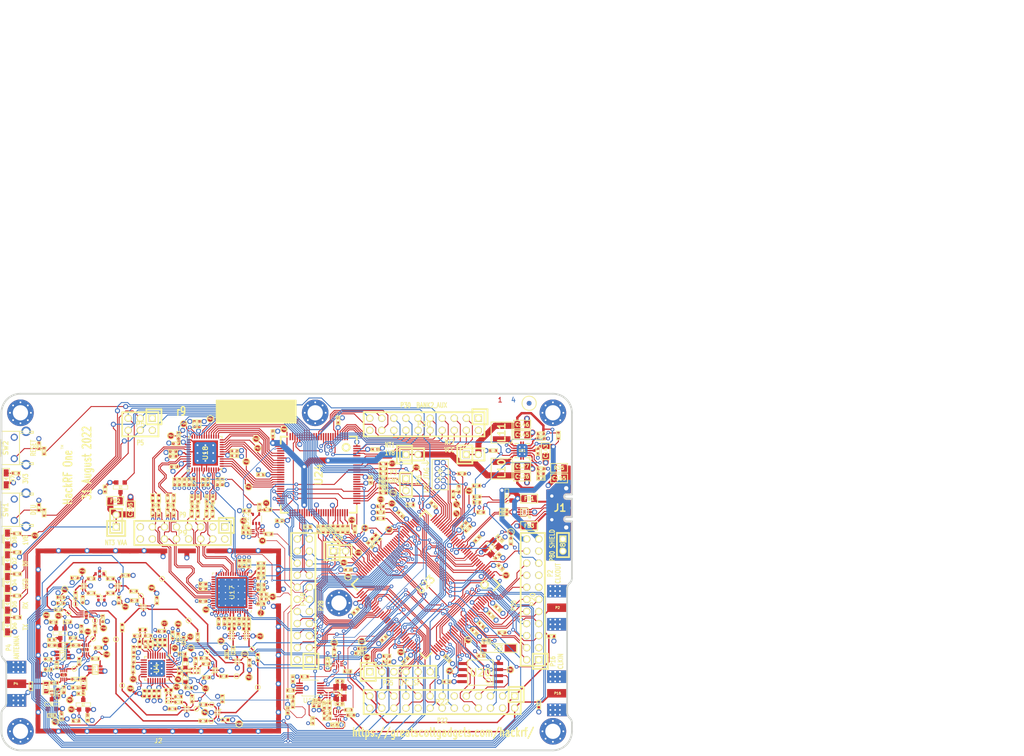
<source format=kicad_pcb>
(kicad_pcb (version 20211014) (generator pcbnew)

  (general
    (thickness 1.6116)
  )

  (paper "USLegal")
  (title_block
    (title "HackRF One")
    (date "2022-08-28")
    (rev "r9")
    (company "Copyright 2012-2022 Great Scott Gadgets")
    (comment 1 "Michael Ossmann")
    (comment 2 "Licensed under the CERN-OHL-P v2")
  )

  (layers
    (0 "F.Cu" signal "C1F")
    (1 "In1.Cu" signal "C2")
    (2 "In2.Cu" signal "C3")
    (31 "B.Cu" signal "C4B")
    (32 "B.Adhes" user "B.Adhesive")
    (33 "F.Adhes" user "F.Adhesive")
    (34 "B.Paste" user)
    (35 "F.Paste" user)
    (36 "B.SilkS" user "B.Silkscreen")
    (37 "F.SilkS" user "F.Silkscreen")
    (38 "B.Mask" user)
    (39 "F.Mask" user)
    (41 "Cmts.User" user "User.Comments")
    (44 "Edge.Cuts" user)
    (45 "Margin" user)
    (46 "B.CrtYd" user "B.Courtyard")
    (47 "F.CrtYd" user "F.Courtyard")
    (49 "F.Fab" user)
  )

  (setup
    (stackup
      (layer "F.SilkS" (type "Top Silk Screen") (color "White"))
      (layer "F.Paste" (type "Top Solder Paste"))
      (layer "F.Mask" (type "Top Solder Mask") (color "Green") (thickness 0.0127) (material "LPI") (epsilon_r 3.8) (loss_tangent 0))
      (layer "F.Cu" (type "copper") (thickness 0.035))
      (layer "dielectric 1" (type "prepreg") (thickness 0.2104) (material "7628") (epsilon_r 4.6) (loss_tangent 0))
      (layer "In1.Cu" (type "copper") (thickness 0.0152))
      (layer "dielectric 2" (type "core") (thickness 1.065) (material "7628") (epsilon_r 4.6) (loss_tangent 0))
      (layer "In2.Cu" (type "copper") (thickness 0.0152))
      (layer "dielectric 3" (type "prepreg") (thickness 0.2104) (material "7628") (epsilon_r 4.6) (loss_tangent 0))
      (layer "B.Cu" (type "copper") (thickness 0.035))
      (layer "B.Mask" (type "Bottom Solder Mask") (color "Green") (thickness 0.0127) (material "LPI") (epsilon_r 3.8) (loss_tangent 0))
      (layer "B.Paste" (type "Bottom Solder Paste"))
      (layer "B.SilkS" (type "Bottom Silk Screen") (color "White"))
      (copper_finish "ENIG")
      (dielectric_constraints yes)
    )
    (pad_to_mask_clearance 0.05)
    (pad_to_paste_clearance_ratio -0.12)
    (pcbplotparams
      (layerselection 0x00010e8_ffffffff)
      (disableapertmacros false)
      (usegerberextensions true)
      (usegerberattributes false)
      (usegerberadvancedattributes true)
      (creategerberjobfile false)
      (svguseinch false)
      (svgprecision 6)
      (excludeedgelayer true)
      (plotframeref false)
      (viasonmask false)
      (mode 1)
      (useauxorigin false)
      (hpglpennumber 1)
      (hpglpenspeed 20)
      (hpglpendiameter 15.000000)
      (dxfpolygonmode true)
      (dxfimperialunits true)
      (dxfusepcbnewfont true)
      (psnegative false)
      (psa4output false)
      (plotreference false)
      (plotvalue false)
      (plotinvisibletext false)
      (sketchpadsonfab false)
      (subtractmaskfromsilk false)
      (outputformat 1)
      (mirror false)
      (drillshape 0)
      (scaleselection 1)
      (outputdirectory "gerbers")
    )
  )

  (net 0 "")
  (net 1 "!MIX_BYPASS")
  (net 2 "!RX_AMP_PWR")
  (net 3 "!TX_AMP_PWR")
  (net 4 "!VAA_ENABLE")
  (net 5 "/Front End/RX_AMP_OUT")
  (net 6 "/Front End/RX_AMP_IN")
  (net 7 "/Front End/TX_AMP_IN")
  (net 8 "/Front End/TX_AMP_OUT")
  (net 9 "/Front End/REF_IN")
  (net 10 "/Baseband/TXBBQ-")
  (net 11 "/Baseband/TXBBQ+")
  (net 12 "/Baseband/TXBBI+")
  (net 13 "/Baseband/TXBBI-")
  (net 14 "/Baseband/COM")
  (net 15 "/Baseband/REFN")
  (net 16 "/Baseband/REFP")
  (net 17 "/Baseband/IA+")
  (net 18 "/Baseband/IA-")
  (net 19 "/Baseband/QA-")
  (net 20 "/Baseband/QA+")
  (net 21 "/Baseband/CPOUT-")
  (net 22 "/Baseband/CPOUT+")
  (net 23 "XCVR_CLK")
  (net 24 "/Baseband/XTAL2")
  (net 25 "/Microcontroller, CPLD, USB, Power/RTCX1")
  (net 26 "/Microcontroller, CPLD, USB, Power/REG_OUT2")
  (net 27 "/Microcontroller, CPLD, USB, Power/VBAT")
  (net 28 "/Microcontroller, CPLD, USB, Power/VIN")
  (net 29 "/Microcontroller, CPLD, USB, Power/REG_OUT1")
  (net 30 "/Microcontroller, CPLD, USB, Power/USB_SHIELD")
  (net 31 "/Microcontroller, CPLD, USB, Power/XTAL1")
  (net 32 "/Microcontroller, CPLD, USB, Power/XTAL2")
  (net 33 "/Microcontroller, CPLD, USB, Power/RTCX2")
  (net 34 "/Clock/XB")
  (net 35 "/Clock/XA")
  (net 36 "/Microcontroller, CPLD, USB, Power/VBUS")
  (net 37 "/Microcontroller, CPLD, USB, Power/LED1")
  (net 38 "/Microcontroller, CPLD, USB, Power/LED2")
  (net 39 "/Microcontroller, CPLD, USB, Power/LED3")
  (net 40 "/Baseband/RXBBQ-")
  (net 41 "/Baseband/RXBBI-")
  (net 42 "/Baseband/RXBBQ+")
  (net 43 "/Baseband/RXBBI+")
  (net 44 "/Front End/!ANT_BIAS")
  (net 45 "/Baseband/XCVR_CLKOUT")
  (net 46 "/Microcontroller, CPLD, USB, Power/RTC_ALARM")
  (net 47 "/Microcontroller, CPLD, USB, Power/WAKEUP")
  (net 48 "/Microcontroller, CPLD, USB, Power/GPIO3_8")
  (net 49 "/Microcontroller, CPLD, USB, Power/GPIO3_9")
  (net 50 "/Microcontroller, CPLD, USB, Power/GPIO3_10")
  (net 51 "/Microcontroller, CPLD, USB, Power/GPIO3_11")
  (net 52 "/Microcontroller, CPLD, USB, Power/GPIO3_12")
  (net 53 "/Microcontroller, CPLD, USB, Power/GPIO3_13")
  (net 54 "/Microcontroller, CPLD, USB, Power/GPIO3_14")
  (net 55 "/Microcontroller, CPLD, USB, Power/GPIO3_15")
  (net 56 "/Microcontroller, CPLD, USB, Power/ADC0_6")
  (net 57 "/Microcontroller, CPLD, USB, Power/ADC0_2")
  (net 58 "/Microcontroller, CPLD, USB, Power/VBUSCTRL")
  (net 59 "/Microcontroller, CPLD, USB, Power/ADC0_5")
  (net 60 "/Microcontroller, CPLD, USB, Power/ADC0_0")
  (net 61 "/Microcontroller, CPLD, USB, Power/RESET")
  (net 62 "/Microcontroller, CPLD, USB, Power/I2C1_SCL")
  (net 63 "/Microcontroller, CPLD, USB, Power/I2C1_SDA")
  (net 64 "/Microcontroller, CPLD, USB, Power/SPIFI_CIPO")
  (net 65 "/Microcontroller, CPLD, USB, Power/SPIFI_SCK")
  (net 66 "/Microcontroller, CPLD, USB, Power/SPIFI_COPI")
  (net 67 "/Microcontroller, CPLD, USB, Power/I2S0_RX_SCK")
  (net 68 "/Microcontroller, CPLD, USB, Power/I2S0_RX_SDA")
  (net 69 "/Microcontroller, CPLD, USB, Power/I2S0_RX_MCLK")
  (net 70 "/Microcontroller, CPLD, USB, Power/I2S0_RX_WS")
  (net 71 "/Microcontroller, CPLD, USB, Power/I2S0_TX_SCK")
  (net 72 "/Microcontroller, CPLD, USB, Power/I2S0_TX_MCLK")
  (net 73 "/Microcontroller, CPLD, USB, Power/U0_RXD")
  (net 74 "/Microcontroller, CPLD, USB, Power/U0_TXD")
  (net 75 "/Microcontroller, CPLD, USB, Power/P2_9")
  (net 76 "/Microcontroller, CPLD, USB, Power/P2_13")
  (net 77 "/Microcontroller, CPLD, USB, Power/P2_8")
  (net 78 "/Microcontroller, CPLD, USB, Power/DBGEN")
  (net 79 "/Microcontroller, CPLD, USB, Power/TMS")
  (net 80 "/Microcontroller, CPLD, USB, Power/TCK")
  (net 81 "/Microcontroller, CPLD, USB, Power/TDO")
  (net 82 "/Microcontroller, CPLD, USB, Power/TDI")
  (net 83 "/Microcontroller, CPLD, USB, Power/SD_CD")
  (net 84 "/Microcontroller, CPLD, USB, Power/SD_DAT3")
  (net 85 "/Microcontroller, CPLD, USB, Power/SD_DAT2")
  (net 86 "/Microcontroller, CPLD, USB, Power/SD_DAT1")
  (net 87 "/Microcontroller, CPLD, USB, Power/SD_DAT0")
  (net 88 "/Microcontroller, CPLD, USB, Power/SD_VOLT0")
  (net 89 "/Microcontroller, CPLD, USB, Power/SD_CMD")
  (net 90 "/Microcontroller, CPLD, USB, Power/SD_POW")
  (net 91 "/Microcontroller, CPLD, USB, Power/SD_CLK")
  (net 92 "/Microcontroller, CPLD, USB, Power/B1AUX14")
  (net 93 "/Microcontroller, CPLD, USB, Power/B1AUX13")
  (net 94 "/Microcontroller, CPLD, USB, Power/CPLD_TCK")
  (net 95 "/Microcontroller, CPLD, USB, Power/BANK2F3M2")
  (net 96 "/Microcontroller, CPLD, USB, Power/CPLD_TDI")
  (net 97 "/Microcontroller, CPLD, USB, Power/BANK2F3M6")
  (net 98 "/Microcontroller, CPLD, USB, Power/BANK2F3M12")
  (net 99 "/Microcontroller, CPLD, USB, Power/BANK2F3M4")
  (net 100 "/Microcontroller, CPLD, USB, Power/CPLD_TMS")
  (net 101 "/Microcontroller, CPLD, USB, Power/CPLD_TDO")
  (net 102 "/Microcontroller, CPLD, USB, Power/B2AUX16")
  (net 103 "/Microcontroller, CPLD, USB, Power/B2AUX15")
  (net 104 "/Microcontroller, CPLD, USB, Power/B2AUX14")
  (net 105 "/Microcontroller, CPLD, USB, Power/B2AUX13")
  (net 106 "/Microcontroller, CPLD, USB, Power/B2AUX12")
  (net 107 "/Microcontroller, CPLD, USB, Power/B2AUX11")
  (net 108 "/Microcontroller, CPLD, USB, Power/B2AUX10")
  (net 109 "/Microcontroller, CPLD, USB, Power/B2AUX9")
  (net 110 "/Microcontroller, CPLD, USB, Power/B2AUX8")
  (net 111 "/Microcontroller, CPLD, USB, Power/B2AUX7")
  (net 112 "/Microcontroller, CPLD, USB, Power/B2AUX6")
  (net 113 "/Microcontroller, CPLD, USB, Power/B2AUX5")
  (net 114 "/Microcontroller, CPLD, USB, Power/B2AUX4")
  (net 115 "/Microcontroller, CPLD, USB, Power/B2AUX3")
  (net 116 "/Microcontroller, CPLD, USB, Power/B2AUX2")
  (net 117 "/Microcontroller, CPLD, USB, Power/B2AUX1")
  (net 118 "/Microcontroller, CPLD, USB, Power/GCK0")
  (net 119 "/Microcontroller, CPLD, USB, Power/SPIFI_CS")
  (net 120 "/Microcontroller, CPLD, USB, Power/VREGMODE")
  (net 121 "/Microcontroller, CPLD, USB, Power/EN1V8")
  (net 122 "/Microcontroller, CPLD, USB, Power/SGPIO0")
  (net 123 "/Microcontroller, CPLD, USB, Power/SGPIO7")
  (net 124 "/Microcontroller, CPLD, USB, Power/SGPIO9")
  (net 125 "/Microcontroller, CPLD, USB, Power/SGPIO10")
  (net 126 "/Microcontroller, CPLD, USB, Power/SGPIO11")
  (net 127 "/Microcontroller, CPLD, USB, Power/SPIFI_SIO2")
  (net 128 "/Microcontroller, CPLD, USB, Power/SPIFI_SIO3")
  (net 129 "/Baseband/QD+")
  (net 130 "/Baseband/QD-")
  (net 131 "/Baseband/ID-")
  (net 132 "/Baseband/ID+")
  (net 133 "/Clock/CLK0")
  (net 134 "Net-(C169-Pad2)")
  (net 135 "/Microcontroller, CPLD, USB, Power/DP")
  (net 136 "/Microcontroller, CPLD, USB, Power/DM")
  (net 137 "/Microcontroller, CPLD, USB, Power/RREF")
  (net 138 "/Microcontroller, CPLD, USB, Power/BANK2F3M1")
  (net 139 "/Microcontroller, CPLD, USB, Power/SGPIO13")
  (net 140 "/Microcontroller, CPLD, USB, Power/BANK2F3M3")
  (net 141 "/Microcontroller, CPLD, USB, Power/SGPIO14")
  (net 142 "/Microcontroller, CPLD, USB, Power/SGPIO1")
  (net 143 "/Microcontroller, CPLD, USB, Power/BANK2F3M5")
  (net 144 "/Microcontroller, CPLD, USB, Power/SGPIO15")
  (net 145 "/Microcontroller, CPLD, USB, Power/BANK2F3M7")
  (net 146 "/Microcontroller, CPLD, USB, Power/BANK2F3M8")
  (net 147 "/Microcontroller, CPLD, USB, Power/SGPIO2")
  (net 148 "/Microcontroller, CPLD, USB, Power/BANK2F3M9")
  (net 149 "/Microcontroller, CPLD, USB, Power/SGPIO3")
  (net 150 "/Microcontroller, CPLD, USB, Power/BANK2F3M10")
  (net 151 "/Microcontroller, CPLD, USB, Power/BANK2F3M11")
  (net 152 "/Microcontroller, CPLD, USB, Power/SGPIO12")
  (net 153 "/Microcontroller, CPLD, USB, Power/SGPIO4")
  (net 154 "/Microcontroller, CPLD, USB, Power/BANK2F3M14")
  (net 155 "/Microcontroller, CPLD, USB, Power/SGPIO5")
  (net 156 "/Microcontroller, CPLD, USB, Power/BANK2F3M15")
  (net 157 "/Microcontroller, CPLD, USB, Power/SGPIO6")
  (net 158 "AMP_BYPASS")
  (net 159 "CLKIN")
  (net 160 "CLKOUT")
  (net 161 "CS_AD")
  (net 162 "CS_XCVR")
  (net 163 "DA0")
  (net 164 "DA1")
  (net 165 "DA2")
  (net 166 "DA3")
  (net 167 "DA4")
  (net 168 "DA5")
  (net 169 "DA6")
  (net 170 "DA7")
  (net 171 "DD0")
  (net 172 "DD1")
  (net 173 "DD2")
  (net 174 "DD3")
  (net 175 "DD4")
  (net 176 "DD5")
  (net 177 "DD6")
  (net 178 "DD7")
  (net 179 "DD8")
  (net 180 "DD9")
  (net 181 "GCK1")
  (net 182 "GCK2")
  (net 183 "GND")
  (net 184 "HP")
  (net 185 "LP")
  (net 186 "MCU_CLK")
  (net 187 "MIXER_ENX")
  (net 188 "MIXER_RESETX")
  (net 189 "MIXER_SCLK")
  (net 190 "MIXER_SDATA")
  (net 191 "MIX_BYPASS")
  (net 192 "MIX_CLK")
  (net 193 "RSSI")
  (net 194 "RX")
  (net 195 "RX_AMP")
  (net 196 "RX_IF")
  (net 197 "RX_MIX_BP")
  (net 198 "SCL")
  (net 199 "SDA")
  (net 200 "SGPIO_CLK")
  (net 201 "SSP1_CIPO")
  (net 202 "SSP1_COPI")
  (net 203 "SSP1_SCK")
  (net 204 "TX_AMP")
  (net 205 "TX_IF")
  (net 206 "TX_MIX_BP")
  (net 207 "VAA")
  (net 208 "VCC")
  (net 209 "XCVR_EN")
  (net 210 "Net-(C8-Pad2)")
  (net 211 "Net-(C9-Pad2)")
  (net 212 "Net-(C9-Pad1)")
  (net 213 "Net-(C12-Pad1)")
  (net 214 "Net-(C13-Pad1)")
  (net 215 "Net-(C14-Pad2)")
  (net 216 "Net-(C14-Pad1)")
  (net 217 "Net-(C15-Pad2)")
  (net 218 "Net-(C17-Pad2)")
  (net 219 "Net-(C17-Pad1)")
  (net 220 "Net-(C18-Pad2)")
  (net 221 "Net-(C18-Pad1)")
  (net 222 "Net-(C20-Pad2)")
  (net 223 "Net-(C20-Pad1)")
  (net 224 "Net-(C21-Pad2)")
  (net 225 "Net-(C21-Pad1)")
  (net 226 "Net-(C23-Pad2)")
  (net 227 "Net-(C23-Pad1)")
  (net 228 "Net-(C25-Pad1)")
  (net 229 "Net-(C26-Pad2)")
  (net 230 "Net-(C26-Pad1)")
  (net 231 "Net-(C27-Pad2)")
  (net 232 "Net-(C27-Pad1)")
  (net 233 "Net-(C28-Pad2)")
  (net 234 "Net-(C28-Pad1)")
  (net 235 "Net-(C31-Pad2)")
  (net 236 "Net-(C31-Pad1)")
  (net 237 "Net-(C32-Pad2)")
  (net 238 "Net-(C32-Pad1)")
  (net 239 "Net-(C43-Pad2)")
  (net 240 "Net-(C43-Pad1)")
  (net 241 "Net-(C44-Pad2)")
  (net 242 "Net-(C44-Pad1)")
  (net 243 "Net-(C46-Pad2)")
  (net 244 "Net-(C46-Pad1)")
  (net 245 "Net-(C48-Pad1)")
  (net 246 "Net-(C49-Pad2)")
  (net 247 "Net-(C50-Pad1)")
  (net 248 "Net-(C51-Pad2)")
  (net 249 "Net-(C51-Pad1)")
  (net 250 "Net-(C163-Pad2)")
  (net 251 "Net-(C58-Pad2)")
  (net 252 "Net-(C59-Pad2)")
  (net 253 "Net-(C61-Pad2)")
  (net 254 "Net-(C61-Pad1)")
  (net 255 "Net-(C62-Pad2)")
  (net 256 "Net-(C64-Pad2)")
  (net 257 "Net-(C64-Pad1)")
  (net 258 "Net-(C99-Pad2)")
  (net 259 "Net-(C99-Pad1)")
  (net 260 "Net-(C102-Pad2)")
  (net 261 "Net-(C102-Pad1)")
  (net 262 "Net-(C104-Pad2)")
  (net 263 "Net-(C104-Pad1)")
  (net 264 "Net-(C105-Pad1)")
  (net 265 "Net-(C106-Pad1)")
  (net 266 "Net-(C111-Pad2)")
  (net 267 "Net-(C111-Pad1)")
  (net 268 "Net-(C114-Pad2)")
  (net 269 "Net-(C114-Pad1)")
  (net 270 "Net-(C125-Pad2)")
  (net 271 "Net-(C160-Pad1)")
  (net 272 "Net-(D2-Pad2)")
  (net 273 "Net-(D4-Pad2)")
  (net 274 "Net-(D5-Pad2)")
  (net 275 "Net-(D6-Pad2)")
  (net 276 "Net-(D7-Pad2)")
  (net 277 "Net-(D8-Pad2)")
  (net 278 "Net-(FB1-Pad1)")
  (net 279 "Net-(FB2-Pad1)")
  (net 280 "Net-(FB3-Pad1)")
  (net 281 "Net-(J1-Pad3)")
  (net 282 "Net-(J1-Pad2)")
  (net 283 "Net-(L1-Pad2)")
  (net 284 "Net-(L1-Pad1)")
  (net 285 "Net-(L2-Pad1)")
  (net 286 "Net-(L3-Pad1)")
  (net 287 "Net-(L10-Pad1)")
  (net 288 "Net-(L11-Pad2)")
  (net 289 "Net-(D10-Pad1)")
  (net 290 "Net-(P6-Pad1)")
  (net 291 "Net-(P19-Pad1)")
  (net 292 "Net-(R4-Pad2)")
  (net 293 "Net-(R30-Pad2)")
  (net 294 "Net-(R19-Pad2)")
  (net 295 "Net-(R51-Pad1)")
  (net 296 "Net-(R52-Pad2)")
  (net 297 "Net-(R55-Pad2)")
  (net 298 "/Microcontroller, CPLD, USB, Power/BANK2F3M16")
  (net 299 "+1V8")
  (net 300 "unconnected-(P25-Pad3)")
  (net 301 "unconnected-(P26-Pad7)")
  (net 302 "unconnected-(U4-Pad1)")
  (net 303 "unconnected-(U4-Pad2)")
  (net 304 "unconnected-(U4-Pad3)")
  (net 305 "unconnected-(U4-Pad11)")
  (net 306 "unconnected-(U4-Pad13)")
  (net 307 "unconnected-(U4-Pad14)")
  (net 308 "unconnected-(U4-Pad17)")
  (net 309 "unconnected-(U4-Pad18)")
  (net 310 "unconnected-(U4-Pad20)")
  (net 311 "unconnected-(U4-Pad21)")
  (net 312 "unconnected-(U9-Pad2)")
  (net 313 "unconnected-(U12-Pad2)")
  (net 314 "unconnected-(U14-Pad2)")
  (net 315 "unconnected-(U15-Pad4)")
  (net 316 "unconnected-(U15-Pad6)")
  (net 317 "unconnected-(U17-Pad3)")
  (net 318 "unconnected-(U17-Pad43)")
  (net 319 "unconnected-(U17-Pad9)")
  (net 320 "unconnected-(U17-Pad12)")
  (net 321 "unconnected-(U17-Pad40)")
  (net 322 "unconnected-(U18-Pad38)")
  (net 323 "Net-(C117-Pad1)")
  (net 324 "unconnected-(U23-Pad89)")
  (net 325 "unconnected-(U23-Pad90)")
  (net 326 "unconnected-(U24-Pad14)")
  (net 327 "unconnected-(U24-Pad15)")
  (net 328 "unconnected-(U24-Pad16)")
  (net 329 "unconnected-(U24-Pad20)")
  (net 330 "unconnected-(U24-Pad25)")
  (net 331 "unconnected-(U24-Pad44)")
  (net 332 "unconnected-(U24-Pad46)")
  (net 333 "unconnected-(U24-Pad49)")
  (net 334 "unconnected-(U24-Pad50)")
  (net 335 "unconnected-(U24-Pad52)")
  (net 336 "unconnected-(U24-Pad53)")
  (net 337 "unconnected-(U24-Pad54)")
  (net 338 "unconnected-(U24-Pad58)")
  (net 339 "unconnected-(U24-Pad59)")
  (net 340 "unconnected-(U24-Pad60)")
  (net 341 "unconnected-(U24-Pad63)")
  (net 342 "unconnected-(U24-Pad65)")
  (net 343 "unconnected-(U24-Pad66)")
  (net 344 "unconnected-(U24-Pad68)")
  (net 345 "unconnected-(U24-Pad73)")
  (net 346 "unconnected-(U24-Pad75)")
  (net 347 "unconnected-(U24-Pad80)")
  (net 348 "unconnected-(U24-Pad82)")
  (net 349 "unconnected-(U24-Pad85)")
  (net 350 "unconnected-(U24-Pad86)")
  (net 351 "unconnected-(U24-Pad87)")
  (net 352 "unconnected-(U24-Pad93)")
  (net 353 "unconnected-(U24-Pad95)")
  (net 354 "unconnected-(U24-Pad96)")
  (net 355 "Net-(D10-Pad2)")
  (net 356 "Net-(C117-Pad2)")
  (net 357 "CLKOUT_EN")
  (net 358 "MCU_CLK_EN")
  (net 359 "Net-(R32-Pad2)")
  (net 360 "Net-(R33-Pad2)")
  (net 361 "Net-(R34-Pad2)")
  (net 362 "CLKIN_DETECT")
  (net 363 "Net-(R38-Pad1)")
  (net 364 "Net-(R39-Pad2)")
  (net 365 "Net-(R44-Pad2)")
  (net 366 "AD_CLK")
  (net 367 "Net-(R94-Pad2)")
  (net 368 "CLKIN_EN")
  (net 369 "FSX2_CLK")
  (net 370 "/Clock/CLK2")
  (net 371 "/Clock/CLK1")
  (net 372 "unconnected-(U4-Pad16)")
  (net 373 "unconnected-(U4-Pad9)")
  (net 374 "/Microcontroller, CPLD, USB, Power/TRST")
  (net 375 "/Microcontroller, CPLD, USB, Power/ID")
  (net 376 "/Microcontroller, CPLD, USB, Power/VBUS_DETECT")
  (net 377 "Net-(P1-Pad1)")
  (net 378 "XCVR_RXTX")
  (net 379 "unconnected-(U17-Pad44)")
  (net 380 "unconnected-(U17-Pad10)")
  (net 381 "unconnected-(U17-Pad15)")
  (net 382 "unconnected-(U17-Pad16)")
  (net 383 "unconnected-(U17-Pad17)")
  (net 384 "unconnected-(U17-Pad23)")
  (net 385 "unconnected-(U17-Pad45)")
  (net 386 "unconnected-(U17-Pad46)")
  (net 387 "unconnected-(U17-Pad55)")
  (net 388 "unconnected-(U17-Pad56)")
  (net 389 "unconnected-(U17-Pad41)")
  (net 390 "unconnected-(U17-Pad42)")
  (net 391 "unconnected-(U23-Pad9)")

  (footprint "gsg-modules:LTST-S220" (layer "F.Cu") (at 61.27 148.838 -90))

  (footprint "gsg-modules:LTST-S220" (layer "F.Cu") (at 61.27 139.694 -90))

  (footprint "gsg-modules:LTST-S220" (layer "F.Cu") (at 61.27 130.55 -90))

  (footprint "gsg-modules:LTST-S220" (layer "F.Cu") (at 61.27 144.266 -90))

  (footprint "gsg-modules:LTST-S220" (layer "F.Cu") (at 61.27 135.122 -90))

  (footprint "GSG-TESTPOINT-30MIL-MASKONLY" (layer "F.Cu") (at 89.31402 142.49908))

  (footprint "GSG-TESTPOINT-30MIL-MASKONLY" (layer "F.Cu") (at 84.1046 151.6574))

  (footprint "GSG-TESTPOINT-30MIL-MASKONLY" (layer "F.Cu") (at 75.57516 144.21358))

  (footprint "GSG-TESTPOINT-30MIL-MASKONLY" (layer "F.Cu") (at 74.0537 146.1516))

  (footprint "GSG-TESTPOINT-30MIL-MASKONLY" (layer "F.Cu") (at 93.782 138.932))

  (footprint "GSG-TESTPOINT-30MIL-MASKONLY" (layer "F.Cu") (at 85.4 161.3602))

  (footprint "GSG-TESTPOINT-30MIL-MASKONLY" (layer "F.Cu") (at 75.33894 157.8483))

  (footprint "GSG-TESTPOINT-30MIL-MASKONLY" (layer "F.Cu") (at 79.28 151.506))

  (footprint "GSG-TESTPOINT-30MIL-MASKONLY" (layer "F.Cu") (at 113.919 161.74974))

  (footprint "GSG-TESTPOINT-30MIL-MASKONLY" (layer "F.Cu") (at 104.11206 168.79824))

  (footprint "GSG-TESTPOINT-30MIL-MASKONLY" (layer "F.Cu") (at 104.25176 165.37432))

  (footprint "GSG-TESTPOINT-30MIL-MASKONLY" (layer "F.Cu") (at 101.0158 166.26332))

  (footprint "GSG-TESTPOINT-30MIL-MASKONLY" (layer "F.Cu") (at 79.6671 147.71116))

  (footprint "GSG-TESTPOINT-30MIL-MASKONLY" (layer "F.Cu") (at 109.47654 159.42564))

  (footprint "GSG-TESTPOINT-30MIL-MASKONLY" (layer "F.Cu") (at 99.36226 147.6883))

  (footprint "GSG-TESTPOINT-30MIL-MASKONLY" (layer "F.Cu") (at 103.23068 154.2796))

  (footprint "GSG-TESTPOINT-30MIL-MASKONLY" (layer "F.Cu") (at 112.71504 153.71064))

  (footprint "gsg-modules:LTST-S220" (layer "F.Cu") (at 61 117.9 -90))

  (footprint "GSG-MARK1MM" (layer "F.Cu") (at 171 102))

  (footprint "hackrf:GSG-0402" (layer "F.Cu") (at 91.0964 163.0468 -90))

  (footprint "hackrf:GSG-0402" (layer "F.Cu") (at 90.0804 163.0468 -90))

  (footprint "hackrf:GSG-0402" (layer "F.Cu") (at 93.1284 163.0468 -90))

  (footprint "hackrf:GSG-0402" (layer "F.Cu") (at 92.1124 163.0468 -90))

  (footprint "hackrf:GSG-0402" (layer "F.Cu") (at 92.341 152.328 90))

  (footprint "hackrf:GSG-0402" (layer "F.Cu") (at 93.357 152.328 90))

  (footprint "hackrf:GSG-0402" (layer "F.Cu") (at 107.084 168.5762 180))

  (footprint "hackrf:GSG-0402" (layer "F.Cu") (at 113.919 155.448 -90))

  (footprint "hackrf:GSG-0402" (layer "F.Cu") (at 85.4 149.1682 90))

  (footprint "hackrf:GSG-0402" (layer "F.Cu") (at 87.9808 143.4816))

  (footprint "hackrf:GSG-0402" (layer "F.Cu") (at 84.7138 143.4622 90))

  (footprint "hackrf:GSG-0402" (layer "F.Cu") (at 87.7944 153.8266 -90))

  (footprint "hackrf:GSG-0402" (layer "F.Cu") (at 88.5564 150.9056 180))

  (footprint "hackrf:GSG-0402" (layer "F.Cu") (at 90.3344 152.6836 90))

  (footprint "hackrf:GSG-0402" (layer "F.Cu") (at 90.8424 150.9056))

  (footprint "hackrf:GSG-0402" (layer "F.Cu") (at 106.4998 164.1566 90))

  (footprint "hackrf:GSG-0402" (layer "F.Cu") (at 82.9358 141.9382))

  (footprint "hackrf:GSG-0402" (layer "F.Cu") (at 78.8718 141.9382))

  (footprint "hackrf:GSG-0402" (layer "F.Cu") (at 77.0938 143.3352 90))

  (footprint "hackrf:GSG-0402" (layer "F.Cu") (at 87.8078 141.5288))

  (footprint "hackrf:GSG-0402" (layer "F.Cu") (at 102.4382 165.3794 180))

  (footprint "hackrf:GSG-0402" (layer "F.Cu") (at 95.9732 166.2726))

  (footprint "hackrf:GSG-0402" (layer "F.Cu") (at 101.2698 151.1808 90))

  (footprint "hackrf:GSG-0402" (layer "F.Cu") (at 92.6798 143.4816 -90))

  (footprint "hackrf:GSG-0402" (layer "F.Cu") (at 97.1924 163.7326))

  (footprint "hackrf:GSG-0402" (layer "F.Cu") (at 78.8718 138.8902 180))

  (footprint "hackrf:GSG-0402" (layer "F.Cu") (at 82.9358 138.8902))

  (footprint "hackrf:GSG-0402" (layer "F.Cu") (at 97.1924 164.8756))

  (footprint "hackrf:GSG-0402" (layer "F.Cu") (at 75.4174 138.7124 180))

  (footprint "hackrf:GSG-0402" (layer "F.Cu") (at 86.1 138.2))

  (footprint "hackrf:GSG-0402" (layer "F.Cu") (at 75.5952 142.4462 90))

  (footprint "hackrf:GSG-0402" (layer "F.Cu") (at 102.4382 168.8084 180))

  (footprint "hackrf:GSG-0402" (layer "F.Cu") (at 100.1134 164.139 90))

  (footprint "hackrf:GSG-0402" (layer "F.Cu") (at 98.31 151.9216 90))

  (footprint "hackrf:GSG-0402" (layer "F.Cu") (at 97.167 151.1596 90))

  (footprint "hackrf:GSG-0402" (layer "F.Cu") (at 96.024 150.7786 90))

  (footprint "hackrf:GSG-0402" (layer "F.Cu") (at 93.738 149.915 180))

  (footprint "hackrf:GSG-0402" (layer "F.Cu") (at 72.4456 142.8272))

  (footprint "hackrf:GSG-0402" (layer "F.Cu") (at 81.3054 147.3454 90))

  (footprint "hackrf:GSG-0402" (layer "F.Cu") (at 72.4456 144.0718))

  (footprint "hackrf:GSG-0402" (layer "F.Cu") (at 99.326 161.8276))

  (footprint "hackrf:GSG-0402" (layer "F.Cu") (at 98.056 154.7156 180))

  (footprint "hackrf:GSG-0402" (layer "F.Cu") (at 72.009 145.415 180))

  (footprint "hackrf:GSG-0402" (layer "F.Cu") (at 79.6798 149.4282 90))

  (footprint "hackrf:GSG-0402" (layer "F.Cu") (at 102.5906 155.6512))

  (footprint "hackrf:GSG-0402" (layer "F.Cu") (at 103.0478 156.7942 180))

  (footprint "hackrf:GSG-0402" (layer "F.Cu") (at 112.1664 156.5656 90))

  (footprint "hackrf:GSG-0402" (layer "F.Cu") (at 108.7374 154.0002 90))

  (footprint "hackrf:GSG-0402" (layer "F.Cu") (at 100.85 156.2396 -90))

  (footprint "hackrf:GSG-0402" (layer "F.Cu") (at 75.678 152.92))

  (footprint "hackrf:GSG-0402" (layer "F.Cu") (at 106.7414 159.434 180))

  (footprint "hackrf:GSG-0402" (layer "F.Cu") (at 70.598 152.92 180))

  (footprint "hackrf:GSG-0402" (layer "F.Cu") (at 70.9474 147.9998 180))

  (footprint "hackrf:GSG-0402" (layer "F.Cu") (at 103.124 159.6644 180))

  (footprint "hackrf:GSG-0402" (layer "F.Cu") (at 80.377 153.428))

  (footprint "hackrf:GSG-0402" (layer "F.Cu") (at 107.3912 154.8638 90))

  (footprint "hackrf:GSG-0402" (layer "F.Cu") (at 76.835 149.4282 90))

  (footprint "hackrf:GSG-0402" (layer "F.Cu") (at 71.614 157.111 90))

  (footprint "hackrf:GSG-0402" (layer "F.Cu") (at 79.742 155.714))

  (footprint "hackrf:GSG-0402" (layer "F.Cu") (at 75.043 151.396))

  (footprint "hackrf:GSG-0402" (layer "F.Cu") (at 76.3638 156.3236 90))

  (footprint "hackrf:GSG-0402" (layer "F.Cu") (at 75.551 160.032))

  (footprint "hackrf:GSG-0402" (layer "F.Cu") (at 73.0872 162.2418 -90))

  (footprint "hackrf:GSG-0402" (layer "F.Cu") (at 71.13 160.81 180))

  (footprint "hackrf:GSG-0402" (layer "F.Cu") (at 69.836 158))

  (footprint "hackrf:GSG-0402" (layer "F.Cu") (at 69.836 155.841))

  (footprint "hackrf:GSG-0402" (layer "F.Cu") (at 87.7 158 90))

  (footprint "hackrf:GSG-0402" (layer "F.Cu") (at 126.8 165.1 -90))

  (footprint "hackrf:GSG-0402" (layer "F.Cu") (at 125.7 165.1 -90))

  (footprint "hackrf:GSG-0402" (layer "F.Cu") (at 87.8 155.9 90))

  (footprint "hackrf:GSG-0402" (layer "F.Cu") (at 100.4824 118.5578 -90))

  (footprint "hackrf:GSG-0402" (layer "F.Cu") (at 99.4664 118.5578 -90))

  (footprint "hackrf:GSG-0402" (layer "F.Cu") (at 103.4034 118.5578 -90))

  (footprint "hackrf:GSG-0402" (layer "F.Cu") (at 102.3874 118.5578 -90))

  (footprint "hackrf:GSG-0402" (layer "F.Cu") (at 105.4354 118.5578 -90))

  (footprint "hackrf:GSG-0402" (layer "F.Cu") (at 106.4514 118.5578 -90))

  (footprint "hackrf:GSG-0402" (layer "F.Cu") (at 101.6254 106.3658 90))

  (footprint "hackrf:GSG-0402" (layer "F.Cu") (at 100.6094 106.3658 90))

  (footprint "hackrf:GSG-0402" (layer "F.Cu") (at 96.7359 110.4933 180))

  (footprint "hackrf:GSG-0402" (layer "F.Cu")
    (tedit 4FB6CFE4) (tstamp 00000000-0000-0000-0000-00005787e27a)
    (at 97.2439 108.8423 90)
    (property "Description" "CAP CER 2.2UF 10V 20% X5R 0402")
    (property "Manufacturer" "Taiyo Yuden")
    (property "Part Number" "LMK105BJ225MV-F")
    (property "Sheetfile" "baseband.kicad_sch")
    (property "Sheetname" "Baseband")
    (path "/00000000-0000-0000-0000-000050370666/00000000-0000-0000-0000-0000
... [4470601 chars truncated]
</source>
